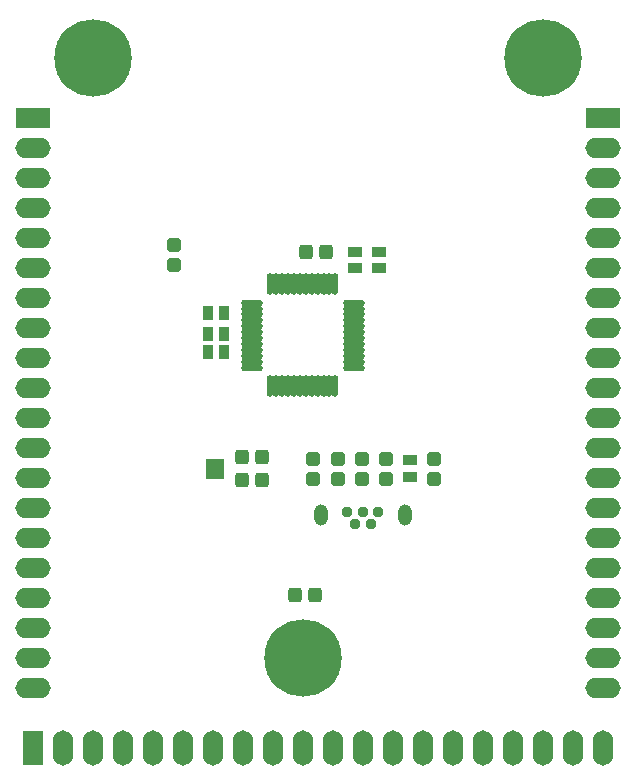
<source format=gts>
G04*
G04 #@! TF.GenerationSoftware,Altium Limited,Altium Designer,21.6.4 (81)*
G04*
G04 Layer_Color=8388736*
%FSLAX25Y25*%
%MOIN*%
G70*
G04*
G04 #@! TF.SameCoordinates,15FEF366-9F57-466A-8581-DEE9C99B8A09*
G04*
G04*
G04 #@! TF.FilePolarity,Negative*
G04*
G01*
G75*
%ADD26R,0.06299X0.07087*%
%ADD27O,0.07296X0.02178*%
%ADD28O,0.02178X0.07296*%
G04:AMPARAMS|DCode=29|XSize=47.37mil|YSize=43.43mil|CornerRadius=8.43mil|HoleSize=0mil|Usage=FLASHONLY|Rotation=270.000|XOffset=0mil|YOffset=0mil|HoleType=Round|Shape=RoundedRectangle|*
%AMROUNDEDRECTD29*
21,1,0.04737,0.02657,0,0,270.0*
21,1,0.03051,0.04343,0,0,270.0*
1,1,0.01686,-0.01329,-0.01526*
1,1,0.01686,-0.01329,0.01526*
1,1,0.01686,0.01329,0.01526*
1,1,0.01686,0.01329,-0.01526*
%
%ADD29ROUNDEDRECTD29*%
G04:AMPARAMS|DCode=30|XSize=47.37mil|YSize=43.43mil|CornerRadius=8.43mil|HoleSize=0mil|Usage=FLASHONLY|Rotation=180.000|XOffset=0mil|YOffset=0mil|HoleType=Round|Shape=RoundedRectangle|*
%AMROUNDEDRECTD30*
21,1,0.04737,0.02657,0,0,180.0*
21,1,0.03051,0.04343,0,0,180.0*
1,1,0.01686,-0.01526,0.01329*
1,1,0.01686,0.01526,0.01329*
1,1,0.01686,0.01526,-0.01329*
1,1,0.01686,-0.01526,-0.01329*
%
%ADD30ROUNDEDRECTD30*%
%ADD31R,0.04540X0.03753*%
%ADD32R,0.05800X0.03300*%
%ADD33R,0.03753X0.04540*%
%ADD34C,0.25800*%
%ADD35O,0.11800X0.06800*%
%ADD36R,0.11800X0.06800*%
%ADD37O,0.06800X0.11800*%
%ADD38R,0.06800X0.11800*%
%ADD39C,0.03753*%
G04:AMPARAMS|DCode=40|XSize=47.37mil|YSize=70.99mil|CornerRadius=23.68mil|HoleSize=0mil|Usage=FLASHONLY|Rotation=0.000|XOffset=0mil|YOffset=0mil|HoleType=Round|Shape=RoundedRectangle|*
%AMROUNDEDRECTD40*
21,1,0.04737,0.02362,0,0,0.0*
21,1,0.00000,0.07099,0,0,0.0*
1,1,0.04737,0.00000,-0.01181*
1,1,0.04737,0.00000,-0.01181*
1,1,0.04737,0.00000,0.01181*
1,1,0.04737,0.00000,0.01181*
%
%ADD40ROUNDEDRECTD40*%
D26*
X68700Y101000D02*
D03*
D27*
X80972Y156327D02*
D03*
Y154358D02*
D03*
Y152390D02*
D03*
Y150421D02*
D03*
Y148453D02*
D03*
Y146484D02*
D03*
Y144516D02*
D03*
Y142547D02*
D03*
Y140579D02*
D03*
Y138610D02*
D03*
Y136642D02*
D03*
Y134673D02*
D03*
X115028D02*
D03*
Y136642D02*
D03*
Y138610D02*
D03*
Y140579D02*
D03*
Y142547D02*
D03*
Y144516D02*
D03*
Y146484D02*
D03*
Y148453D02*
D03*
Y150421D02*
D03*
Y152390D02*
D03*
Y154358D02*
D03*
Y156327D02*
D03*
D28*
X87173Y128472D02*
D03*
X89142D02*
D03*
X91110D02*
D03*
X93079D02*
D03*
X95047D02*
D03*
X97016D02*
D03*
X98984D02*
D03*
X100953D02*
D03*
X102921D02*
D03*
X104890D02*
D03*
X106858D02*
D03*
X108827D02*
D03*
Y162528D02*
D03*
X106858D02*
D03*
X104890D02*
D03*
X102921D02*
D03*
X100953D02*
D03*
X98984D02*
D03*
X97016D02*
D03*
X95047D02*
D03*
X93079D02*
D03*
X91110D02*
D03*
X89142D02*
D03*
X87173D02*
D03*
D29*
X105647Y173256D02*
D03*
X98953D02*
D03*
X95454Y58800D02*
D03*
X102146D02*
D03*
X77854Y97100D02*
D03*
X84547D02*
D03*
X84547Y104900D02*
D03*
X77854D02*
D03*
D30*
X55200Y168754D02*
D03*
Y175446D02*
D03*
X141800Y104347D02*
D03*
Y97654D02*
D03*
X125680D02*
D03*
Y104347D02*
D03*
X117620Y97654D02*
D03*
Y104347D02*
D03*
X109560Y97654D02*
D03*
Y104347D02*
D03*
X101500Y104347D02*
D03*
Y97654D02*
D03*
D31*
X123500Y173256D02*
D03*
Y167744D02*
D03*
X115500Y173256D02*
D03*
Y167744D02*
D03*
X133838Y103756D02*
D03*
Y98244D02*
D03*
D32*
X68700Y99378D02*
D03*
Y102622D02*
D03*
D33*
X71756Y146000D02*
D03*
X66244D02*
D03*
X71756Y153000D02*
D03*
X66244D02*
D03*
X71756Y139800D02*
D03*
X66244D02*
D03*
D34*
X178000Y238000D02*
D03*
X28000D02*
D03*
X98000Y38000D02*
D03*
D35*
X198000Y28000D02*
D03*
Y38000D02*
D03*
Y48000D02*
D03*
Y58000D02*
D03*
Y68000D02*
D03*
Y78000D02*
D03*
Y88000D02*
D03*
Y98000D02*
D03*
Y108000D02*
D03*
Y118000D02*
D03*
Y128000D02*
D03*
Y138000D02*
D03*
Y148000D02*
D03*
Y158000D02*
D03*
Y168000D02*
D03*
Y178000D02*
D03*
Y188000D02*
D03*
Y198000D02*
D03*
Y208000D02*
D03*
X8000Y28000D02*
D03*
Y38000D02*
D03*
Y48000D02*
D03*
Y58000D02*
D03*
Y68000D02*
D03*
Y78000D02*
D03*
Y88000D02*
D03*
Y98000D02*
D03*
Y108000D02*
D03*
Y118000D02*
D03*
Y128000D02*
D03*
Y138000D02*
D03*
Y148000D02*
D03*
Y158000D02*
D03*
Y168000D02*
D03*
Y178000D02*
D03*
Y188000D02*
D03*
Y198000D02*
D03*
Y208000D02*
D03*
D36*
X198000Y218000D02*
D03*
X8000D02*
D03*
D37*
X198000Y8000D02*
D03*
X188000D02*
D03*
X178000D02*
D03*
X168000D02*
D03*
X158000D02*
D03*
X148000D02*
D03*
X138000D02*
D03*
X128000D02*
D03*
X118000D02*
D03*
X108000D02*
D03*
X98000D02*
D03*
X88000D02*
D03*
X78000D02*
D03*
X68000D02*
D03*
X58000D02*
D03*
X48000D02*
D03*
X38000D02*
D03*
X28000D02*
D03*
X18000D02*
D03*
D38*
X8000D02*
D03*
D39*
X112882Y86500D02*
D03*
X115441Y82563D02*
D03*
X118000Y86500D02*
D03*
X123118D02*
D03*
X120559Y82563D02*
D03*
D40*
X103925Y85634D02*
D03*
X132075D02*
D03*
M02*

</source>
